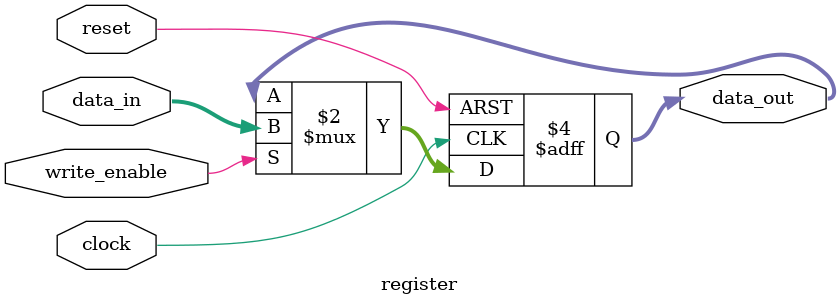
<source format=v>
module register
(
    input  wire        clock,
    input  wire        reset,
    input  wire        write_enable,
    input  wire [31:0] data_in,
    
    output reg  [31:0] data_out
);

    always @(posedge clock or posedge reset) begin
        if (reset) begin
            data_out <= 32'h00000000;
        end else if (write_enable) begin
            data_out <= data_in;
        end
    end

endmodule


</source>
